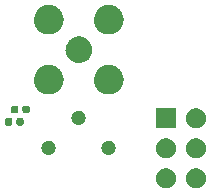
<source format=gbr>
G04 #@! TF.GenerationSoftware,KiCad,Pcbnew,(5.99.0-417-g8bd2765f3)*
G04 #@! TF.CreationDate,2020-07-21T00:36:45-04:00*
G04 #@! TF.ProjectId,tiav2,74696176-322e-46b6-9963-61645f706362,rev?*
G04 #@! TF.SameCoordinates,Original*
G04 #@! TF.FileFunction,Soldermask,Bot*
G04 #@! TF.FilePolarity,Negative*
%FSLAX46Y46*%
G04 Gerber Fmt 4.6, Leading zero omitted, Abs format (unit mm)*
G04 Created by KiCad (PCBNEW (5.99.0-417-g8bd2765f3)) date 2020-07-21 00:36:45*
%MOMM*%
%LPD*%
G04 APERTURE LIST*
G04 APERTURE END LIST*
G36*
X209952970Y-101738828D02*
G01*
X209994714Y-101736786D01*
X210038955Y-101743635D01*
X210089646Y-101746469D01*
X210129950Y-101757722D01*
X210165368Y-101763205D01*
X210212898Y-101780881D01*
X210267524Y-101796133D01*
X210299207Y-101812979D01*
X210327214Y-101823395D01*
X210375259Y-101853417D01*
X210430588Y-101882836D01*
X210453375Y-101902230D01*
X210473657Y-101914903D01*
X210518979Y-101958063D01*
X210571230Y-102002532D01*
X210585714Y-102021614D01*
X210598709Y-102033989D01*
X210637815Y-102090254D01*
X210682888Y-102149636D01*
X210690428Y-102165953D01*
X210697263Y-102175788D01*
X210726606Y-102244250D01*
X210760353Y-102317286D01*
X210762928Y-102328996D01*
X210765288Y-102334503D01*
X210781456Y-102413267D01*
X210800011Y-102497659D01*
X210799346Y-102688273D01*
X210780192Y-102772580D01*
X210763484Y-102851185D01*
X210761086Y-102856673D01*
X210758430Y-102868365D01*
X210724170Y-102941169D01*
X210694351Y-103009423D01*
X210687447Y-103019210D01*
X210679796Y-103035469D01*
X210634330Y-103094508D01*
X210594814Y-103150526D01*
X210581727Y-103162816D01*
X210567114Y-103181791D01*
X210514566Y-103225884D01*
X210468934Y-103268735D01*
X210448560Y-103281269D01*
X210425639Y-103300502D01*
X210370106Y-103329534D01*
X210321855Y-103359218D01*
X210293778Y-103369437D01*
X210261974Y-103386064D01*
X210207241Y-103400934D01*
X210159585Y-103418280D01*
X210124126Y-103423516D01*
X210083753Y-103434485D01*
X210033048Y-103436965D01*
X209988758Y-103443505D01*
X209947030Y-103441172D01*
X209899292Y-103443507D01*
X209855101Y-103436033D01*
X209816345Y-103433866D01*
X209770188Y-103421671D01*
X209717197Y-103412708D01*
X209681163Y-103398149D01*
X209649392Y-103389755D01*
X209601308Y-103365886D01*
X209545963Y-103343525D01*
X209518813Y-103324935D01*
X209494720Y-103312975D01*
X209447736Y-103276268D01*
X209393580Y-103239186D01*
X209375141Y-103219551D01*
X209358643Y-103206661D01*
X209316146Y-103156727D01*
X209267157Y-103104559D01*
X209256423Y-103086552D01*
X209246723Y-103075155D01*
X209212273Y-103012490D01*
X209172592Y-102945925D01*
X209167863Y-102931708D01*
X209163535Y-102923836D01*
X209140635Y-102849859D01*
X209114298Y-102770685D01*
X209113358Y-102761738D01*
X209112471Y-102758874D01*
X209104331Y-102675859D01*
X209094993Y-102587015D01*
X209104963Y-102498127D01*
X209113671Y-102415283D01*
X209114575Y-102412432D01*
X209115579Y-102403485D01*
X209142485Y-102324451D01*
X209165886Y-102250680D01*
X209170267Y-102242841D01*
X209175096Y-102228656D01*
X209215246Y-102162361D01*
X209250127Y-102099948D01*
X209259904Y-102088621D01*
X209270766Y-102070686D01*
X209320130Y-102018848D01*
X209362965Y-101969224D01*
X209379550Y-101956452D01*
X209398126Y-101936945D01*
X209452529Y-101900250D01*
X209499778Y-101863863D01*
X209523964Y-101852067D01*
X209551234Y-101833673D01*
X209606715Y-101811706D01*
X209654980Y-101788166D01*
X209686816Y-101779992D01*
X209722946Y-101765687D01*
X209775996Y-101757095D01*
X209822238Y-101745222D01*
X209861010Y-101743326D01*
X209905252Y-101736160D01*
X209952970Y-101738828D01*
G37*
G36*
X207412970Y-101738828D02*
G01*
X207454714Y-101736786D01*
X207498955Y-101743635D01*
X207549646Y-101746469D01*
X207589950Y-101757722D01*
X207625368Y-101763205D01*
X207672898Y-101780881D01*
X207727524Y-101796133D01*
X207759207Y-101812979D01*
X207787214Y-101823395D01*
X207835259Y-101853417D01*
X207890588Y-101882836D01*
X207913375Y-101902230D01*
X207933657Y-101914903D01*
X207978979Y-101958063D01*
X208031230Y-102002532D01*
X208045714Y-102021614D01*
X208058709Y-102033989D01*
X208097815Y-102090254D01*
X208142888Y-102149636D01*
X208150428Y-102165953D01*
X208157263Y-102175788D01*
X208186606Y-102244250D01*
X208220353Y-102317286D01*
X208222928Y-102328996D01*
X208225288Y-102334503D01*
X208241456Y-102413267D01*
X208260011Y-102497659D01*
X208259346Y-102688273D01*
X208240192Y-102772580D01*
X208223484Y-102851185D01*
X208221086Y-102856673D01*
X208218430Y-102868365D01*
X208184170Y-102941169D01*
X208154351Y-103009423D01*
X208147447Y-103019210D01*
X208139796Y-103035469D01*
X208094330Y-103094508D01*
X208054814Y-103150526D01*
X208041727Y-103162816D01*
X208027114Y-103181791D01*
X207974566Y-103225884D01*
X207928934Y-103268735D01*
X207908560Y-103281269D01*
X207885639Y-103300502D01*
X207830106Y-103329534D01*
X207781855Y-103359218D01*
X207753778Y-103369437D01*
X207721974Y-103386064D01*
X207667241Y-103400934D01*
X207619585Y-103418280D01*
X207584126Y-103423516D01*
X207543753Y-103434485D01*
X207493048Y-103436965D01*
X207448758Y-103443505D01*
X207407030Y-103441172D01*
X207359292Y-103443507D01*
X207315101Y-103436033D01*
X207276345Y-103433866D01*
X207230188Y-103421671D01*
X207177197Y-103412708D01*
X207141163Y-103398149D01*
X207109392Y-103389755D01*
X207061308Y-103365886D01*
X207005963Y-103343525D01*
X206978813Y-103324935D01*
X206954720Y-103312975D01*
X206907736Y-103276268D01*
X206853580Y-103239186D01*
X206835141Y-103219551D01*
X206818643Y-103206661D01*
X206776146Y-103156727D01*
X206727157Y-103104559D01*
X206716423Y-103086552D01*
X206706723Y-103075155D01*
X206672273Y-103012490D01*
X206632592Y-102945925D01*
X206627863Y-102931708D01*
X206623535Y-102923836D01*
X206600635Y-102849859D01*
X206574298Y-102770685D01*
X206573358Y-102761738D01*
X206572471Y-102758874D01*
X206564331Y-102675859D01*
X206554993Y-102587015D01*
X206564963Y-102498127D01*
X206573671Y-102415283D01*
X206574575Y-102412432D01*
X206575579Y-102403485D01*
X206602485Y-102324451D01*
X206625886Y-102250680D01*
X206630267Y-102242841D01*
X206635096Y-102228656D01*
X206675246Y-102162361D01*
X206710127Y-102099948D01*
X206719904Y-102088621D01*
X206730766Y-102070686D01*
X206780130Y-102018848D01*
X206822965Y-101969224D01*
X206839550Y-101956452D01*
X206858126Y-101936945D01*
X206912529Y-101900250D01*
X206959778Y-101863863D01*
X206983964Y-101852067D01*
X207011234Y-101833673D01*
X207066715Y-101811706D01*
X207114980Y-101788166D01*
X207146816Y-101779992D01*
X207182946Y-101765687D01*
X207235996Y-101757095D01*
X207282238Y-101745222D01*
X207321010Y-101743326D01*
X207365252Y-101736160D01*
X207412970Y-101738828D01*
G37*
G36*
X209952970Y-99198828D02*
G01*
X209994714Y-99196786D01*
X210038955Y-99203635D01*
X210089646Y-99206469D01*
X210129950Y-99217722D01*
X210165368Y-99223205D01*
X210212898Y-99240881D01*
X210267524Y-99256133D01*
X210299207Y-99272979D01*
X210327214Y-99283395D01*
X210375259Y-99313417D01*
X210430588Y-99342836D01*
X210453375Y-99362230D01*
X210473657Y-99374903D01*
X210518979Y-99418063D01*
X210571230Y-99462532D01*
X210585714Y-99481614D01*
X210598709Y-99493989D01*
X210637815Y-99550254D01*
X210682888Y-99609636D01*
X210690428Y-99625953D01*
X210697263Y-99635788D01*
X210726606Y-99704250D01*
X210760353Y-99777286D01*
X210762928Y-99788996D01*
X210765288Y-99794503D01*
X210781456Y-99873267D01*
X210800011Y-99957659D01*
X210799346Y-100148273D01*
X210780192Y-100232580D01*
X210763484Y-100311185D01*
X210761086Y-100316673D01*
X210758430Y-100328365D01*
X210724170Y-100401169D01*
X210694351Y-100469423D01*
X210687447Y-100479210D01*
X210679796Y-100495469D01*
X210634330Y-100554508D01*
X210594814Y-100610526D01*
X210581727Y-100622816D01*
X210567114Y-100641791D01*
X210514566Y-100685884D01*
X210468934Y-100728735D01*
X210448560Y-100741269D01*
X210425639Y-100760502D01*
X210370106Y-100789534D01*
X210321855Y-100819218D01*
X210293778Y-100829437D01*
X210261974Y-100846064D01*
X210207241Y-100860934D01*
X210159585Y-100878280D01*
X210124126Y-100883516D01*
X210083753Y-100894485D01*
X210033048Y-100896965D01*
X209988758Y-100903505D01*
X209947030Y-100901172D01*
X209899292Y-100903507D01*
X209855101Y-100896033D01*
X209816345Y-100893866D01*
X209770188Y-100881671D01*
X209717197Y-100872708D01*
X209681163Y-100858149D01*
X209649392Y-100849755D01*
X209601308Y-100825886D01*
X209545963Y-100803525D01*
X209518813Y-100784935D01*
X209494720Y-100772975D01*
X209447736Y-100736268D01*
X209393580Y-100699186D01*
X209375141Y-100679551D01*
X209358643Y-100666661D01*
X209316146Y-100616727D01*
X209267157Y-100564559D01*
X209256423Y-100546552D01*
X209246723Y-100535155D01*
X209212273Y-100472490D01*
X209172592Y-100405925D01*
X209167863Y-100391708D01*
X209163535Y-100383836D01*
X209140635Y-100309859D01*
X209114298Y-100230685D01*
X209113358Y-100221738D01*
X209112471Y-100218874D01*
X209104331Y-100135859D01*
X209094993Y-100047015D01*
X209104963Y-99958127D01*
X209113671Y-99875283D01*
X209114575Y-99872432D01*
X209115579Y-99863485D01*
X209142485Y-99784451D01*
X209165886Y-99710680D01*
X209170267Y-99702841D01*
X209175096Y-99688656D01*
X209215246Y-99622361D01*
X209250127Y-99559948D01*
X209259904Y-99548621D01*
X209270766Y-99530686D01*
X209320130Y-99478848D01*
X209362965Y-99429224D01*
X209379550Y-99416452D01*
X209398126Y-99396945D01*
X209452529Y-99360250D01*
X209499778Y-99323863D01*
X209523964Y-99312067D01*
X209551234Y-99293673D01*
X209606715Y-99271706D01*
X209654980Y-99248166D01*
X209686816Y-99239992D01*
X209722946Y-99225687D01*
X209775996Y-99217095D01*
X209822238Y-99205222D01*
X209861010Y-99203326D01*
X209905252Y-99196160D01*
X209952970Y-99198828D01*
G37*
G36*
X207412970Y-99198828D02*
G01*
X207454714Y-99196786D01*
X207498955Y-99203635D01*
X207549646Y-99206469D01*
X207589950Y-99217722D01*
X207625368Y-99223205D01*
X207672898Y-99240881D01*
X207727524Y-99256133D01*
X207759207Y-99272979D01*
X207787214Y-99283395D01*
X207835259Y-99313417D01*
X207890588Y-99342836D01*
X207913375Y-99362230D01*
X207933657Y-99374903D01*
X207978979Y-99418063D01*
X208031230Y-99462532D01*
X208045714Y-99481614D01*
X208058709Y-99493989D01*
X208097815Y-99550254D01*
X208142888Y-99609636D01*
X208150428Y-99625953D01*
X208157263Y-99635788D01*
X208186606Y-99704250D01*
X208220353Y-99777286D01*
X208222928Y-99788996D01*
X208225288Y-99794503D01*
X208241456Y-99873267D01*
X208260011Y-99957659D01*
X208259346Y-100148273D01*
X208240192Y-100232580D01*
X208223484Y-100311185D01*
X208221086Y-100316673D01*
X208218430Y-100328365D01*
X208184170Y-100401169D01*
X208154351Y-100469423D01*
X208147447Y-100479210D01*
X208139796Y-100495469D01*
X208094330Y-100554508D01*
X208054814Y-100610526D01*
X208041727Y-100622816D01*
X208027114Y-100641791D01*
X207974566Y-100685884D01*
X207928934Y-100728735D01*
X207908560Y-100741269D01*
X207885639Y-100760502D01*
X207830106Y-100789534D01*
X207781855Y-100819218D01*
X207753778Y-100829437D01*
X207721974Y-100846064D01*
X207667241Y-100860934D01*
X207619585Y-100878280D01*
X207584126Y-100883516D01*
X207543753Y-100894485D01*
X207493048Y-100896965D01*
X207448758Y-100903505D01*
X207407030Y-100901172D01*
X207359292Y-100903507D01*
X207315101Y-100896033D01*
X207276345Y-100893866D01*
X207230188Y-100881671D01*
X207177197Y-100872708D01*
X207141163Y-100858149D01*
X207109392Y-100849755D01*
X207061308Y-100825886D01*
X207005963Y-100803525D01*
X206978813Y-100784935D01*
X206954720Y-100772975D01*
X206907736Y-100736268D01*
X206853580Y-100699186D01*
X206835141Y-100679551D01*
X206818643Y-100666661D01*
X206776146Y-100616727D01*
X206727157Y-100564559D01*
X206716423Y-100546552D01*
X206706723Y-100535155D01*
X206672273Y-100472490D01*
X206632592Y-100405925D01*
X206627863Y-100391708D01*
X206623535Y-100383836D01*
X206600635Y-100309859D01*
X206574298Y-100230685D01*
X206573358Y-100221738D01*
X206572471Y-100218874D01*
X206564331Y-100135859D01*
X206554993Y-100047015D01*
X206564963Y-99958127D01*
X206573671Y-99875283D01*
X206574575Y-99872432D01*
X206575579Y-99863485D01*
X206602485Y-99784451D01*
X206625886Y-99710680D01*
X206630267Y-99702841D01*
X206635096Y-99688656D01*
X206675246Y-99622361D01*
X206710127Y-99559948D01*
X206719904Y-99548621D01*
X206730766Y-99530686D01*
X206780130Y-99478848D01*
X206822965Y-99429224D01*
X206839550Y-99416452D01*
X206858126Y-99396945D01*
X206912529Y-99360250D01*
X206959778Y-99323863D01*
X206983964Y-99312067D01*
X207011234Y-99293673D01*
X207066715Y-99271706D01*
X207114980Y-99248166D01*
X207146816Y-99239992D01*
X207182946Y-99225687D01*
X207235996Y-99217095D01*
X207282238Y-99205222D01*
X207321010Y-99203326D01*
X207365252Y-99196160D01*
X207412970Y-99198828D01*
G37*
G36*
X202593952Y-99400000D02*
G01*
X202618991Y-99400000D01*
X202670968Y-99413927D01*
X202715610Y-99422000D01*
X202738772Y-99432095D01*
X202771591Y-99440889D01*
X202810533Y-99463372D01*
X202843867Y-99477901D01*
X202871273Y-99498441D01*
X202908408Y-99519881D01*
X202933919Y-99545392D01*
X202955828Y-99561812D01*
X202983538Y-99595011D01*
X203020119Y-99631592D01*
X203033690Y-99655098D01*
X203045479Y-99669222D01*
X203068856Y-99716006D01*
X203099111Y-99768409D01*
X203103818Y-99785975D01*
X203108018Y-99794381D01*
X203122138Y-99854346D01*
X203140000Y-99921009D01*
X203140000Y-100078991D01*
X203121052Y-100149707D01*
X203104342Y-100215501D01*
X203102451Y-100219126D01*
X203099111Y-100231591D01*
X203066312Y-100288401D01*
X203039628Y-100339550D01*
X203031058Y-100349461D01*
X203020119Y-100368408D01*
X202979884Y-100408643D01*
X202948118Y-100445380D01*
X202930202Y-100458325D01*
X202908408Y-100480119D01*
X202866760Y-100504164D01*
X202834709Y-100527323D01*
X202806005Y-100539242D01*
X202771591Y-100559111D01*
X202733711Y-100569261D01*
X202705498Y-100580976D01*
X202665954Y-100587416D01*
X202618991Y-100600000D01*
X202588690Y-100600000D01*
X202567402Y-100603467D01*
X202518443Y-100600000D01*
X202461009Y-100600000D01*
X202440377Y-100594472D01*
X202427841Y-100593584D01*
X202372262Y-100576220D01*
X202308409Y-100559111D01*
X202297692Y-100552924D01*
X202294294Y-100551862D01*
X202235173Y-100516828D01*
X202171592Y-100480119D01*
X202120592Y-100429119D01*
X202073201Y-100383434D01*
X202070125Y-100378652D01*
X202059881Y-100368408D01*
X202027847Y-100312925D01*
X201997513Y-100265765D01*
X201992620Y-100251910D01*
X201980889Y-100231591D01*
X201966558Y-100178108D01*
X201950924Y-100133835D01*
X201948387Y-100110293D01*
X201940000Y-100078991D01*
X201940000Y-100032453D01*
X201935935Y-99994727D01*
X201940000Y-99962321D01*
X201940000Y-99921009D01*
X201949744Y-99884646D01*
X201953349Y-99855903D01*
X201967904Y-99816870D01*
X201980889Y-99768409D01*
X201995249Y-99743537D01*
X202002231Y-99724813D01*
X202030396Y-99682660D01*
X202059881Y-99631592D01*
X202073859Y-99617614D01*
X202079964Y-99608477D01*
X202123832Y-99567641D01*
X202171592Y-99519881D01*
X202180929Y-99514490D01*
X202182371Y-99513148D01*
X202245140Y-99477418D01*
X202308409Y-99440889D01*
X202376887Y-99422540D01*
X202438216Y-99404549D01*
X202445476Y-99404162D01*
X202461009Y-99400000D01*
X202523573Y-99400000D01*
X202577932Y-99397103D01*
X202593952Y-99400000D01*
G37*
G36*
X197513952Y-99400000D02*
G01*
X197538991Y-99400000D01*
X197590968Y-99413927D01*
X197635610Y-99422000D01*
X197658772Y-99432095D01*
X197691591Y-99440889D01*
X197730533Y-99463372D01*
X197763867Y-99477901D01*
X197791273Y-99498441D01*
X197828408Y-99519881D01*
X197853919Y-99545392D01*
X197875828Y-99561812D01*
X197903538Y-99595011D01*
X197940119Y-99631592D01*
X197953690Y-99655098D01*
X197965479Y-99669222D01*
X197988856Y-99716006D01*
X198019111Y-99768409D01*
X198023818Y-99785975D01*
X198028018Y-99794381D01*
X198042138Y-99854346D01*
X198060000Y-99921009D01*
X198060000Y-100078991D01*
X198041052Y-100149707D01*
X198024342Y-100215501D01*
X198022451Y-100219126D01*
X198019111Y-100231591D01*
X197986312Y-100288401D01*
X197959628Y-100339550D01*
X197951058Y-100349461D01*
X197940119Y-100368408D01*
X197899884Y-100408643D01*
X197868118Y-100445380D01*
X197850202Y-100458325D01*
X197828408Y-100480119D01*
X197786760Y-100504164D01*
X197754709Y-100527323D01*
X197726005Y-100539242D01*
X197691591Y-100559111D01*
X197653711Y-100569261D01*
X197625498Y-100580976D01*
X197585954Y-100587416D01*
X197538991Y-100600000D01*
X197508690Y-100600000D01*
X197487402Y-100603467D01*
X197438443Y-100600000D01*
X197381009Y-100600000D01*
X197360377Y-100594472D01*
X197347841Y-100593584D01*
X197292262Y-100576220D01*
X197228409Y-100559111D01*
X197217692Y-100552924D01*
X197214294Y-100551862D01*
X197155173Y-100516828D01*
X197091592Y-100480119D01*
X197040592Y-100429119D01*
X196993201Y-100383434D01*
X196990125Y-100378652D01*
X196979881Y-100368408D01*
X196947847Y-100312925D01*
X196917513Y-100265765D01*
X196912620Y-100251910D01*
X196900889Y-100231591D01*
X196886558Y-100178108D01*
X196870924Y-100133835D01*
X196868387Y-100110293D01*
X196860000Y-100078991D01*
X196860000Y-100032453D01*
X196855935Y-99994727D01*
X196860000Y-99962321D01*
X196860000Y-99921009D01*
X196869744Y-99884646D01*
X196873349Y-99855903D01*
X196887904Y-99816870D01*
X196900889Y-99768409D01*
X196915249Y-99743537D01*
X196922231Y-99724813D01*
X196950396Y-99682660D01*
X196979881Y-99631592D01*
X196993859Y-99617614D01*
X196999964Y-99608477D01*
X197043832Y-99567641D01*
X197091592Y-99519881D01*
X197100929Y-99514490D01*
X197102371Y-99513148D01*
X197165140Y-99477418D01*
X197228409Y-99440889D01*
X197296887Y-99422540D01*
X197358216Y-99404549D01*
X197365476Y-99404162D01*
X197381009Y-99400000D01*
X197443573Y-99400000D01*
X197497932Y-99397103D01*
X197513952Y-99400000D01*
G37*
G36*
X209952970Y-96658828D02*
G01*
X209994714Y-96656786D01*
X210038955Y-96663635D01*
X210089646Y-96666469D01*
X210129950Y-96677722D01*
X210165368Y-96683205D01*
X210212898Y-96700881D01*
X210267524Y-96716133D01*
X210299207Y-96732979D01*
X210327214Y-96743395D01*
X210375259Y-96773417D01*
X210430588Y-96802836D01*
X210453375Y-96822230D01*
X210473657Y-96834903D01*
X210518979Y-96878063D01*
X210571230Y-96922532D01*
X210585714Y-96941614D01*
X210598709Y-96953989D01*
X210637815Y-97010254D01*
X210682888Y-97069636D01*
X210690428Y-97085953D01*
X210697263Y-97095788D01*
X210726606Y-97164250D01*
X210760353Y-97237286D01*
X210762928Y-97248996D01*
X210765288Y-97254503D01*
X210781456Y-97333267D01*
X210800011Y-97417659D01*
X210799346Y-97608273D01*
X210780192Y-97692580D01*
X210763484Y-97771185D01*
X210761086Y-97776673D01*
X210758430Y-97788365D01*
X210724170Y-97861169D01*
X210694351Y-97929423D01*
X210687447Y-97939210D01*
X210679796Y-97955469D01*
X210634330Y-98014508D01*
X210594814Y-98070526D01*
X210581727Y-98082816D01*
X210567114Y-98101791D01*
X210514566Y-98145884D01*
X210468934Y-98188735D01*
X210448560Y-98201269D01*
X210425639Y-98220502D01*
X210370106Y-98249534D01*
X210321855Y-98279218D01*
X210293778Y-98289437D01*
X210261974Y-98306064D01*
X210207241Y-98320934D01*
X210159585Y-98338280D01*
X210124126Y-98343516D01*
X210083753Y-98354485D01*
X210033048Y-98356965D01*
X209988758Y-98363505D01*
X209947030Y-98361172D01*
X209899292Y-98363507D01*
X209855101Y-98356033D01*
X209816345Y-98353866D01*
X209770188Y-98341671D01*
X209717197Y-98332708D01*
X209681163Y-98318149D01*
X209649392Y-98309755D01*
X209601308Y-98285886D01*
X209545963Y-98263525D01*
X209518813Y-98244935D01*
X209494720Y-98232975D01*
X209447736Y-98196268D01*
X209393580Y-98159186D01*
X209375141Y-98139551D01*
X209358643Y-98126661D01*
X209316146Y-98076727D01*
X209267157Y-98024559D01*
X209256423Y-98006552D01*
X209246723Y-97995155D01*
X209212273Y-97932490D01*
X209172592Y-97865925D01*
X209167863Y-97851708D01*
X209163535Y-97843836D01*
X209140635Y-97769859D01*
X209114298Y-97690685D01*
X209113358Y-97681738D01*
X209112471Y-97678874D01*
X209104331Y-97595859D01*
X209094993Y-97507015D01*
X209104963Y-97418127D01*
X209113671Y-97335283D01*
X209114575Y-97332432D01*
X209115579Y-97323485D01*
X209142485Y-97244451D01*
X209165886Y-97170680D01*
X209170267Y-97162841D01*
X209175096Y-97148656D01*
X209215246Y-97082361D01*
X209250127Y-97019948D01*
X209259904Y-97008621D01*
X209270766Y-96990686D01*
X209320130Y-96938848D01*
X209362965Y-96889224D01*
X209379550Y-96876452D01*
X209398126Y-96856945D01*
X209452529Y-96820250D01*
X209499778Y-96783863D01*
X209523964Y-96772067D01*
X209551234Y-96753673D01*
X209606715Y-96731706D01*
X209654980Y-96708166D01*
X209686816Y-96699992D01*
X209722946Y-96685687D01*
X209775996Y-96677095D01*
X209822238Y-96665222D01*
X209861010Y-96663326D01*
X209905252Y-96656160D01*
X209952970Y-96658828D01*
G37*
G36*
X208259999Y-96659999D02*
G01*
X208260001Y-96660001D01*
X208262449Y-96672309D01*
X208262449Y-98347691D01*
X208260001Y-98359999D01*
X208259999Y-98360001D01*
X208247691Y-98362449D01*
X206572309Y-98362449D01*
X206560001Y-98360001D01*
X206559999Y-98359999D01*
X206557551Y-98347691D01*
X206557551Y-96672309D01*
X206559999Y-96660001D01*
X206560001Y-96659999D01*
X206572309Y-96657551D01*
X208247691Y-96657551D01*
X208259999Y-96659999D01*
G37*
G36*
X195248042Y-97488492D02*
G01*
X195250268Y-97489870D01*
X195251162Y-97490048D01*
X195258830Y-97495171D01*
X195295117Y-97517639D01*
X195297828Y-97521229D01*
X195299952Y-97522648D01*
X195308036Y-97534747D01*
X195326678Y-97559433D01*
X195327845Y-97564393D01*
X195332552Y-97571438D01*
X195344000Y-97628990D01*
X195344000Y-97633081D01*
X195346449Y-97643493D01*
X195346449Y-97956625D01*
X195334108Y-98022642D01*
X195332730Y-98024868D01*
X195332552Y-98025762D01*
X195327429Y-98033430D01*
X195304961Y-98069717D01*
X195301371Y-98072428D01*
X195299952Y-98074552D01*
X195287853Y-98082636D01*
X195263167Y-98101278D01*
X195258207Y-98102445D01*
X195251162Y-98107152D01*
X195193610Y-98118600D01*
X195189519Y-98118600D01*
X195179107Y-98121049D01*
X194915975Y-98121049D01*
X194849958Y-98108708D01*
X194847732Y-98107330D01*
X194846838Y-98107152D01*
X194839170Y-98102029D01*
X194802883Y-98079561D01*
X194800172Y-98075971D01*
X194798048Y-98074552D01*
X194789964Y-98062453D01*
X194771322Y-98037767D01*
X194770155Y-98032807D01*
X194765448Y-98025762D01*
X194754000Y-97968210D01*
X194754000Y-97964119D01*
X194751551Y-97953707D01*
X194751551Y-97640575D01*
X194763892Y-97574558D01*
X194765270Y-97572332D01*
X194765448Y-97571438D01*
X194770571Y-97563770D01*
X194793039Y-97527483D01*
X194796629Y-97524772D01*
X194798048Y-97522648D01*
X194810147Y-97514564D01*
X194834833Y-97495922D01*
X194839793Y-97494755D01*
X194846838Y-97490048D01*
X194904390Y-97478600D01*
X194908481Y-97478600D01*
X194918893Y-97476151D01*
X195182025Y-97476151D01*
X195248042Y-97488492D01*
G37*
G36*
X194278042Y-97488492D02*
G01*
X194280268Y-97489870D01*
X194281162Y-97490048D01*
X194288830Y-97495171D01*
X194325117Y-97517639D01*
X194327828Y-97521229D01*
X194329952Y-97522648D01*
X194338036Y-97534747D01*
X194356678Y-97559433D01*
X194357845Y-97564393D01*
X194362552Y-97571438D01*
X194374000Y-97628990D01*
X194374000Y-97633081D01*
X194376449Y-97643493D01*
X194376449Y-97956625D01*
X194364108Y-98022642D01*
X194362730Y-98024868D01*
X194362552Y-98025762D01*
X194357429Y-98033430D01*
X194334961Y-98069717D01*
X194331371Y-98072428D01*
X194329952Y-98074552D01*
X194317853Y-98082636D01*
X194293167Y-98101278D01*
X194288207Y-98102445D01*
X194281162Y-98107152D01*
X194223610Y-98118600D01*
X194219519Y-98118600D01*
X194209107Y-98121049D01*
X193945975Y-98121049D01*
X193879958Y-98108708D01*
X193877732Y-98107330D01*
X193876838Y-98107152D01*
X193869170Y-98102029D01*
X193832883Y-98079561D01*
X193830172Y-98075971D01*
X193828048Y-98074552D01*
X193819964Y-98062453D01*
X193801322Y-98037767D01*
X193800155Y-98032807D01*
X193795448Y-98025762D01*
X193784000Y-97968210D01*
X193784000Y-97964119D01*
X193781551Y-97953707D01*
X193781551Y-97640575D01*
X193793892Y-97574558D01*
X193795270Y-97572332D01*
X193795448Y-97571438D01*
X193800571Y-97563770D01*
X193823039Y-97527483D01*
X193826629Y-97524772D01*
X193828048Y-97522648D01*
X193840147Y-97514564D01*
X193864833Y-97495922D01*
X193869793Y-97494755D01*
X193876838Y-97490048D01*
X193934390Y-97478600D01*
X193938481Y-97478600D01*
X193948893Y-97476151D01*
X194212025Y-97476151D01*
X194278042Y-97488492D01*
G37*
G36*
X200053952Y-96860000D02*
G01*
X200078991Y-96860000D01*
X200130968Y-96873927D01*
X200175610Y-96882000D01*
X200198772Y-96892095D01*
X200231591Y-96900889D01*
X200270533Y-96923372D01*
X200303867Y-96937901D01*
X200331273Y-96958441D01*
X200368408Y-96979881D01*
X200393919Y-97005392D01*
X200415828Y-97021812D01*
X200443538Y-97055011D01*
X200480119Y-97091592D01*
X200493690Y-97115098D01*
X200505479Y-97129222D01*
X200528856Y-97176006D01*
X200559111Y-97228409D01*
X200563818Y-97245975D01*
X200568018Y-97254381D01*
X200582138Y-97314346D01*
X200600000Y-97381009D01*
X200600000Y-97538991D01*
X200581052Y-97609707D01*
X200564342Y-97675501D01*
X200562451Y-97679126D01*
X200559111Y-97691591D01*
X200526312Y-97748401D01*
X200499628Y-97799550D01*
X200491058Y-97809461D01*
X200480119Y-97828408D01*
X200439884Y-97868643D01*
X200408118Y-97905380D01*
X200390202Y-97918325D01*
X200368408Y-97940119D01*
X200326760Y-97964164D01*
X200294709Y-97987323D01*
X200266005Y-97999242D01*
X200231591Y-98019111D01*
X200193711Y-98029261D01*
X200165498Y-98040976D01*
X200125954Y-98047416D01*
X200078991Y-98060000D01*
X200048690Y-98060000D01*
X200027402Y-98063467D01*
X199978443Y-98060000D01*
X199921009Y-98060000D01*
X199900377Y-98054472D01*
X199887841Y-98053584D01*
X199832262Y-98036220D01*
X199768409Y-98019111D01*
X199757692Y-98012924D01*
X199754294Y-98011862D01*
X199695173Y-97976828D01*
X199631592Y-97940119D01*
X199580592Y-97889119D01*
X199533201Y-97843434D01*
X199530125Y-97838652D01*
X199519881Y-97828408D01*
X199487847Y-97772925D01*
X199457513Y-97725765D01*
X199452620Y-97711910D01*
X199440889Y-97691591D01*
X199426558Y-97638108D01*
X199410924Y-97593835D01*
X199408387Y-97570293D01*
X199400000Y-97538991D01*
X199400000Y-97492453D01*
X199395935Y-97454727D01*
X199400000Y-97422321D01*
X199400000Y-97381009D01*
X199409744Y-97344646D01*
X199413349Y-97315903D01*
X199427904Y-97276870D01*
X199440889Y-97228409D01*
X199455249Y-97203537D01*
X199462231Y-97184813D01*
X199490396Y-97142660D01*
X199519881Y-97091592D01*
X199533859Y-97077614D01*
X199539964Y-97068477D01*
X199583832Y-97027641D01*
X199631592Y-96979881D01*
X199640929Y-96974490D01*
X199642371Y-96973148D01*
X199705140Y-96937418D01*
X199768409Y-96900889D01*
X199836887Y-96882540D01*
X199898216Y-96864549D01*
X199905476Y-96864162D01*
X199921009Y-96860000D01*
X199983573Y-96860000D01*
X200037932Y-96857103D01*
X200053952Y-96860000D01*
G37*
G36*
X194786042Y-96438492D02*
G01*
X194788268Y-96439870D01*
X194789162Y-96440048D01*
X194796830Y-96445171D01*
X194833117Y-96467639D01*
X194835828Y-96471229D01*
X194837952Y-96472648D01*
X194846036Y-96484747D01*
X194864678Y-96509433D01*
X194865845Y-96514393D01*
X194870552Y-96521438D01*
X194882000Y-96578990D01*
X194882000Y-96583081D01*
X194884449Y-96593493D01*
X194884449Y-96906625D01*
X194872108Y-96972642D01*
X194870730Y-96974868D01*
X194870552Y-96975762D01*
X194865429Y-96983430D01*
X194842961Y-97019717D01*
X194839371Y-97022428D01*
X194837952Y-97024552D01*
X194825853Y-97032636D01*
X194801167Y-97051278D01*
X194796207Y-97052445D01*
X194789162Y-97057152D01*
X194731610Y-97068600D01*
X194727519Y-97068600D01*
X194717107Y-97071049D01*
X194453975Y-97071049D01*
X194387958Y-97058708D01*
X194385732Y-97057330D01*
X194384838Y-97057152D01*
X194377170Y-97052029D01*
X194340883Y-97029561D01*
X194338172Y-97025971D01*
X194336048Y-97024552D01*
X194327964Y-97012453D01*
X194309322Y-96987767D01*
X194308155Y-96982807D01*
X194303448Y-96975762D01*
X194292000Y-96918210D01*
X194292000Y-96914119D01*
X194289551Y-96903707D01*
X194289551Y-96590575D01*
X194301892Y-96524558D01*
X194303270Y-96522332D01*
X194303448Y-96521438D01*
X194308571Y-96513770D01*
X194331039Y-96477483D01*
X194334629Y-96474772D01*
X194336048Y-96472648D01*
X194348147Y-96464564D01*
X194372833Y-96445922D01*
X194377793Y-96444755D01*
X194384838Y-96440048D01*
X194442390Y-96428600D01*
X194446481Y-96428600D01*
X194456893Y-96426151D01*
X194720025Y-96426151D01*
X194786042Y-96438492D01*
G37*
G36*
X195756042Y-96438492D02*
G01*
X195758268Y-96439870D01*
X195759162Y-96440048D01*
X195766830Y-96445171D01*
X195803117Y-96467639D01*
X195805828Y-96471229D01*
X195807952Y-96472648D01*
X195816036Y-96484747D01*
X195834678Y-96509433D01*
X195835845Y-96514393D01*
X195840552Y-96521438D01*
X195852000Y-96578990D01*
X195852000Y-96583081D01*
X195854449Y-96593493D01*
X195854449Y-96906625D01*
X195842108Y-96972642D01*
X195840730Y-96974868D01*
X195840552Y-96975762D01*
X195835429Y-96983430D01*
X195812961Y-97019717D01*
X195809371Y-97022428D01*
X195807952Y-97024552D01*
X195795853Y-97032636D01*
X195771167Y-97051278D01*
X195766207Y-97052445D01*
X195759162Y-97057152D01*
X195701610Y-97068600D01*
X195697519Y-97068600D01*
X195687107Y-97071049D01*
X195423975Y-97071049D01*
X195357958Y-97058708D01*
X195355732Y-97057330D01*
X195354838Y-97057152D01*
X195347170Y-97052029D01*
X195310883Y-97029561D01*
X195308172Y-97025971D01*
X195306048Y-97024552D01*
X195297964Y-97012453D01*
X195279322Y-96987767D01*
X195278155Y-96982807D01*
X195273448Y-96975762D01*
X195262000Y-96918210D01*
X195262000Y-96914119D01*
X195259551Y-96903707D01*
X195259551Y-96590575D01*
X195271892Y-96524558D01*
X195273270Y-96522332D01*
X195273448Y-96521438D01*
X195278571Y-96513770D01*
X195301039Y-96477483D01*
X195304629Y-96474772D01*
X195306048Y-96472648D01*
X195318147Y-96464564D01*
X195342833Y-96445922D01*
X195347793Y-96444755D01*
X195354838Y-96440048D01*
X195412390Y-96428600D01*
X195416481Y-96428600D01*
X195426893Y-96426151D01*
X195690025Y-96426151D01*
X195756042Y-96438492D01*
G37*
G36*
X202574698Y-92982998D02*
G01*
X202637246Y-92981032D01*
X202687127Y-92988398D01*
X202730915Y-92990501D01*
X202790589Y-93003676D01*
X202857985Y-93013628D01*
X202900552Y-93027953D01*
X202938067Y-93036236D01*
X202999637Y-93061299D01*
X203069464Y-93084799D01*
X203103983Y-93103776D01*
X203134538Y-93116214D01*
X203195528Y-93154103D01*
X203264997Y-93192294D01*
X203291335Y-93213622D01*
X203314732Y-93228157D01*
X203372388Y-93279257D01*
X203438405Y-93332716D01*
X203456960Y-93354212D01*
X203473486Y-93368859D01*
X203524924Y-93432950D01*
X203584205Y-93501627D01*
X203595858Y-93521330D01*
X203606266Y-93534299D01*
X203648587Y-93610492D01*
X203697789Y-93693687D01*
X203703848Y-93709979D01*
X203709273Y-93719746D01*
X203739653Y-93806257D01*
X203775567Y-93902826D01*
X203777670Y-93914512D01*
X203779560Y-93919895D01*
X203795409Y-94013107D01*
X203815080Y-94122433D01*
X203814936Y-94127943D01*
X203815018Y-94128427D01*
X203812532Y-94365729D01*
X203808104Y-94388831D01*
X203807528Y-94410838D01*
X203787611Y-94495753D01*
X203772716Y-94573469D01*
X203763812Y-94597220D01*
X203756575Y-94628076D01*
X203724189Y-94702917D01*
X203698251Y-94772107D01*
X203682734Y-94798715D01*
X203667959Y-94832858D01*
X203625942Y-94896098D01*
X203591384Y-94955356D01*
X203568108Y-94983144D01*
X203544478Y-95018710D01*
X203495794Y-95069477D01*
X203455169Y-95117978D01*
X203423407Y-95144962D01*
X203390038Y-95179759D01*
X203337627Y-95217838D01*
X203293502Y-95255325D01*
X203252984Y-95279335D01*
X203209519Y-95310914D01*
X203156173Y-95336703D01*
X203111011Y-95363464D01*
X203061984Y-95382235D01*
X203008628Y-95408028D01*
X202956875Y-95422478D01*
X202912893Y-95439317D01*
X202856113Y-95450611D01*
X202793715Y-95468033D01*
X202745715Y-95472570D01*
X202704839Y-95480701D01*
X202641600Y-95482412D01*
X202571571Y-95489032D01*
X202529019Y-95485459D01*
X202492789Y-95486439D01*
X202424875Y-95476713D01*
X202349221Y-95470360D01*
X202313296Y-95460734D01*
X202282795Y-95456366D01*
X202212450Y-95433713D01*
X202133690Y-95412609D01*
X202105010Y-95399113D01*
X202080872Y-95391340D01*
X202010730Y-95354749D01*
X201931793Y-95317604D01*
X201910444Y-95302432D01*
X201892793Y-95293224D01*
X201825740Y-95242236D01*
X201749911Y-95188347D01*
X201735443Y-95173573D01*
X201723939Y-95164825D01*
X201663125Y-95099724D01*
X201593793Y-95028924D01*
X201585263Y-95016373D01*
X201579126Y-95009803D01*
X201527884Y-94931943D01*
X201468373Y-94844375D01*
X201464440Y-94835541D01*
X201462509Y-94832607D01*
X201424999Y-94746954D01*
X201377617Y-94640532D01*
X201346590Y-94514213D01*
X201326271Y-94432413D01*
X201326173Y-94431089D01*
X201324392Y-94423840D01*
X201317536Y-94314877D01*
X201310550Y-94220864D01*
X201311196Y-94214096D01*
X201310381Y-94201147D01*
X201322071Y-94100114D01*
X201330698Y-94009691D01*
X201333902Y-93997857D01*
X201336027Y-93979492D01*
X201363610Y-93888134D01*
X201386139Y-93804924D01*
X201393590Y-93788836D01*
X201400520Y-93765882D01*
X201441157Y-93686127D01*
X201475284Y-93612439D01*
X201488432Y-93593344D01*
X201501820Y-93567069D01*
X201552490Y-93500314D01*
X201595591Y-93437719D01*
X201615568Y-93417212D01*
X201636727Y-93389336D01*
X201694258Y-93336434D01*
X201743617Y-93285765D01*
X201771170Y-93265710D01*
X201800975Y-93238303D01*
X201862241Y-93199422D01*
X201915123Y-93160931D01*
X201950522Y-93143397D01*
X201989372Y-93118742D01*
X202051415Y-93093423D01*
X202105218Y-93066773D01*
X202148263Y-93053900D01*
X202195965Y-93034433D01*
X202256085Y-93021654D01*
X202308452Y-93005993D01*
X202358420Y-92999902D01*
X202414222Y-92988041D01*
X202470142Y-92986284D01*
X202519033Y-92980324D01*
X202574698Y-92982998D01*
G37*
G36*
X197494698Y-92982998D02*
G01*
X197557246Y-92981032D01*
X197607127Y-92988398D01*
X197650915Y-92990501D01*
X197710589Y-93003676D01*
X197777985Y-93013628D01*
X197820552Y-93027953D01*
X197858067Y-93036236D01*
X197919637Y-93061299D01*
X197989464Y-93084799D01*
X198023983Y-93103776D01*
X198054538Y-93116214D01*
X198115528Y-93154103D01*
X198184997Y-93192294D01*
X198211335Y-93213622D01*
X198234732Y-93228157D01*
X198292388Y-93279257D01*
X198358405Y-93332716D01*
X198376960Y-93354212D01*
X198393486Y-93368859D01*
X198444924Y-93432950D01*
X198504205Y-93501627D01*
X198515858Y-93521330D01*
X198526266Y-93534299D01*
X198568587Y-93610492D01*
X198617789Y-93693687D01*
X198623848Y-93709979D01*
X198629273Y-93719746D01*
X198659653Y-93806257D01*
X198695567Y-93902826D01*
X198697670Y-93914512D01*
X198699560Y-93919895D01*
X198715409Y-94013107D01*
X198735080Y-94122433D01*
X198734936Y-94127943D01*
X198735018Y-94128427D01*
X198732532Y-94365729D01*
X198728104Y-94388831D01*
X198727528Y-94410838D01*
X198707611Y-94495753D01*
X198692716Y-94573469D01*
X198683812Y-94597220D01*
X198676575Y-94628076D01*
X198644189Y-94702917D01*
X198618251Y-94772107D01*
X198602734Y-94798715D01*
X198587959Y-94832858D01*
X198545942Y-94896098D01*
X198511384Y-94955356D01*
X198488108Y-94983144D01*
X198464478Y-95018710D01*
X198415794Y-95069477D01*
X198375169Y-95117978D01*
X198343407Y-95144962D01*
X198310038Y-95179759D01*
X198257627Y-95217838D01*
X198213502Y-95255325D01*
X198172984Y-95279335D01*
X198129519Y-95310914D01*
X198076173Y-95336703D01*
X198031011Y-95363464D01*
X197981984Y-95382235D01*
X197928628Y-95408028D01*
X197876875Y-95422478D01*
X197832893Y-95439317D01*
X197776113Y-95450611D01*
X197713715Y-95468033D01*
X197665715Y-95472570D01*
X197624839Y-95480701D01*
X197561600Y-95482412D01*
X197491571Y-95489032D01*
X197449019Y-95485459D01*
X197412789Y-95486439D01*
X197344875Y-95476713D01*
X197269221Y-95470360D01*
X197233296Y-95460734D01*
X197202795Y-95456366D01*
X197132450Y-95433713D01*
X197053690Y-95412609D01*
X197025010Y-95399113D01*
X197000872Y-95391340D01*
X196930730Y-95354749D01*
X196851793Y-95317604D01*
X196830444Y-95302432D01*
X196812793Y-95293224D01*
X196745740Y-95242236D01*
X196669911Y-95188347D01*
X196655443Y-95173573D01*
X196643939Y-95164825D01*
X196583125Y-95099724D01*
X196513793Y-95028924D01*
X196505263Y-95016373D01*
X196499126Y-95009803D01*
X196447884Y-94931943D01*
X196388373Y-94844375D01*
X196384440Y-94835541D01*
X196382509Y-94832607D01*
X196344999Y-94746954D01*
X196297617Y-94640532D01*
X196266590Y-94514213D01*
X196246271Y-94432413D01*
X196246173Y-94431089D01*
X196244392Y-94423840D01*
X196237536Y-94314877D01*
X196230550Y-94220864D01*
X196231196Y-94214096D01*
X196230381Y-94201147D01*
X196242071Y-94100114D01*
X196250698Y-94009691D01*
X196253902Y-93997857D01*
X196256027Y-93979492D01*
X196283610Y-93888134D01*
X196306139Y-93804924D01*
X196313590Y-93788836D01*
X196320520Y-93765882D01*
X196361157Y-93686127D01*
X196395284Y-93612439D01*
X196408432Y-93593344D01*
X196421820Y-93567069D01*
X196472490Y-93500314D01*
X196515591Y-93437719D01*
X196535568Y-93417212D01*
X196556727Y-93389336D01*
X196614258Y-93336434D01*
X196663617Y-93285765D01*
X196691170Y-93265710D01*
X196720975Y-93238303D01*
X196782241Y-93199422D01*
X196835123Y-93160931D01*
X196870522Y-93143397D01*
X196909372Y-93118742D01*
X196971415Y-93093423D01*
X197025218Y-93066773D01*
X197068263Y-93053900D01*
X197115965Y-93034433D01*
X197176085Y-93021654D01*
X197228452Y-93005993D01*
X197278420Y-92999902D01*
X197334222Y-92988041D01*
X197390142Y-92986284D01*
X197439033Y-92980324D01*
X197494698Y-92982998D01*
G37*
G36*
X200034341Y-90573070D02*
G01*
X200089732Y-90571329D01*
X200135687Y-90578115D01*
X200187414Y-90580690D01*
X200239593Y-90593458D01*
X200287517Y-90600535D01*
X200338154Y-90617576D01*
X200395006Y-90631488D01*
X200437678Y-90651070D01*
X200477006Y-90664305D01*
X200529958Y-90693416D01*
X200589247Y-90720623D01*
X200621928Y-90743977D01*
X200652206Y-90760623D01*
X200704656Y-90803096D01*
X200763128Y-90844881D01*
X200786107Y-90869054D01*
X200807575Y-90886438D01*
X200856356Y-90942951D01*
X200910376Y-90999777D01*
X200924692Y-91022119D01*
X200938217Y-91037788D01*
X200979977Y-91108400D01*
X201025677Y-91179722D01*
X201032975Y-91198015D01*
X201039991Y-91209878D01*
X201071362Y-91294234D01*
X201104871Y-91378224D01*
X201107288Y-91390837D01*
X201109678Y-91397262D01*
X201127426Y-91495903D01*
X201145101Y-91588119D01*
X201144334Y-91807698D01*
X201138368Y-91837693D01*
X201137939Y-91854057D01*
X201119337Y-91933367D01*
X201102640Y-92017308D01*
X201095582Y-92034647D01*
X201092663Y-92047091D01*
X201056457Y-92130760D01*
X201022062Y-92215252D01*
X201015589Y-92225201D01*
X201013258Y-92230587D01*
X200956552Y-92315936D01*
X200905508Y-92394387D01*
X200852408Y-92449470D01*
X200764243Y-92541408D01*
X200762696Y-92542532D01*
X200757182Y-92548252D01*
X200680736Y-92602079D01*
X200602496Y-92658923D01*
X200594548Y-92662765D01*
X200582438Y-92671292D01*
X200501351Y-92707819D01*
X200422492Y-92745941D01*
X200407316Y-92750178D01*
X200387579Y-92759069D01*
X200306894Y-92778217D01*
X200229931Y-92799705D01*
X200207350Y-92801840D01*
X200179638Y-92808416D01*
X200103164Y-92811688D01*
X200030891Y-92818520D01*
X200001391Y-92816043D01*
X199966117Y-92817552D01*
X199896880Y-92807266D01*
X199831658Y-92801789D01*
X199796377Y-92792335D01*
X199754721Y-92786147D01*
X199694963Y-92765161D01*
X199638540Y-92750043D01*
X199599209Y-92731535D01*
X199553077Y-92715335D01*
X199504172Y-92686814D01*
X199457644Y-92664920D01*
X199416540Y-92635709D01*
X199368461Y-92607670D01*
X199330912Y-92574856D01*
X199294671Y-92549101D01*
X199254503Y-92508083D01*
X199207535Y-92467038D01*
X199181042Y-92433067D01*
X199154791Y-92406261D01*
X199118571Y-92352965D01*
X199076105Y-92298513D01*
X199059603Y-92266195D01*
X199042413Y-92240901D01*
X199013311Y-92175538D01*
X198978914Y-92108175D01*
X198970719Y-92079876D01*
X198961094Y-92058258D01*
X198942290Y-91981704D01*
X198919468Y-91902892D01*
X198917398Y-91880359D01*
X198913403Y-91864096D01*
X198907974Y-91777800D01*
X198899913Y-91690073D01*
X198901467Y-91674369D01*
X198900850Y-91664567D01*
X198911795Y-91569976D01*
X198920954Y-91477395D01*
X198923497Y-91468838D01*
X198923830Y-91465958D01*
X198956996Y-91356105D01*
X198981831Y-91272532D01*
X199024617Y-91190166D01*
X199072382Y-91096421D01*
X199075335Y-91092531D01*
X199080349Y-91082878D01*
X199137302Y-91010893D01*
X199193254Y-90937178D01*
X199201945Y-90929186D01*
X199212952Y-90915274D01*
X199278449Y-90858838D01*
X199340429Y-90801845D01*
X199356230Y-90791818D01*
X199374856Y-90775768D01*
X199444458Y-90735826D01*
X199509232Y-90694719D01*
X199532973Y-90685031D01*
X199560219Y-90669395D01*
X199629987Y-90645440D01*
X199694340Y-90619178D01*
X199726192Y-90612407D01*
X199762352Y-90599992D01*
X199828844Y-90590588D01*
X199889905Y-90577609D01*
X199929387Y-90576368D01*
X199973962Y-90570064D01*
X200034341Y-90573070D01*
G37*
G36*
X197494698Y-87902998D02*
G01*
X197557246Y-87901032D01*
X197607127Y-87908398D01*
X197650915Y-87910501D01*
X197710589Y-87923676D01*
X197777985Y-87933628D01*
X197820552Y-87947953D01*
X197858067Y-87956236D01*
X197919637Y-87981299D01*
X197989464Y-88004799D01*
X198023983Y-88023776D01*
X198054538Y-88036214D01*
X198115528Y-88074103D01*
X198184997Y-88112294D01*
X198211335Y-88133622D01*
X198234732Y-88148157D01*
X198292388Y-88199257D01*
X198358405Y-88252716D01*
X198376960Y-88274212D01*
X198393486Y-88288859D01*
X198444924Y-88352950D01*
X198504205Y-88421627D01*
X198515858Y-88441330D01*
X198526266Y-88454299D01*
X198568587Y-88530492D01*
X198617789Y-88613687D01*
X198623848Y-88629979D01*
X198629273Y-88639746D01*
X198659653Y-88726257D01*
X198695567Y-88822826D01*
X198697670Y-88834512D01*
X198699560Y-88839895D01*
X198715409Y-88933107D01*
X198735080Y-89042433D01*
X198734936Y-89047943D01*
X198735018Y-89048427D01*
X198732532Y-89285729D01*
X198728104Y-89308831D01*
X198727528Y-89330838D01*
X198707611Y-89415753D01*
X198692716Y-89493469D01*
X198683812Y-89517220D01*
X198676575Y-89548076D01*
X198644189Y-89622917D01*
X198618251Y-89692107D01*
X198602734Y-89718715D01*
X198587959Y-89752858D01*
X198545942Y-89816098D01*
X198511384Y-89875356D01*
X198488108Y-89903144D01*
X198464478Y-89938710D01*
X198415794Y-89989477D01*
X198375169Y-90037978D01*
X198343407Y-90064962D01*
X198310038Y-90099759D01*
X198257627Y-90137838D01*
X198213502Y-90175325D01*
X198172984Y-90199335D01*
X198129519Y-90230914D01*
X198076173Y-90256703D01*
X198031011Y-90283464D01*
X197981984Y-90302235D01*
X197928628Y-90328028D01*
X197876875Y-90342478D01*
X197832893Y-90359317D01*
X197776113Y-90370611D01*
X197713715Y-90388033D01*
X197665715Y-90392570D01*
X197624839Y-90400701D01*
X197561600Y-90402412D01*
X197491571Y-90409032D01*
X197449019Y-90405459D01*
X197412789Y-90406439D01*
X197344875Y-90396713D01*
X197269221Y-90390360D01*
X197233296Y-90380734D01*
X197202795Y-90376366D01*
X197132450Y-90353713D01*
X197053690Y-90332609D01*
X197025010Y-90319113D01*
X197000872Y-90311340D01*
X196930730Y-90274749D01*
X196851793Y-90237604D01*
X196830444Y-90222432D01*
X196812793Y-90213224D01*
X196745740Y-90162236D01*
X196669911Y-90108347D01*
X196655443Y-90093573D01*
X196643939Y-90084825D01*
X196583125Y-90019724D01*
X196513793Y-89948924D01*
X196505263Y-89936373D01*
X196499126Y-89929803D01*
X196447884Y-89851943D01*
X196388373Y-89764375D01*
X196384440Y-89755541D01*
X196382509Y-89752607D01*
X196344999Y-89666954D01*
X196297617Y-89560532D01*
X196266590Y-89434213D01*
X196246271Y-89352413D01*
X196246173Y-89351089D01*
X196244392Y-89343840D01*
X196237536Y-89234877D01*
X196230550Y-89140864D01*
X196231196Y-89134096D01*
X196230381Y-89121147D01*
X196242071Y-89020114D01*
X196250698Y-88929691D01*
X196253902Y-88917857D01*
X196256027Y-88899492D01*
X196283610Y-88808134D01*
X196306139Y-88724924D01*
X196313590Y-88708836D01*
X196320520Y-88685882D01*
X196361157Y-88606127D01*
X196395284Y-88532439D01*
X196408432Y-88513344D01*
X196421820Y-88487069D01*
X196472490Y-88420314D01*
X196515591Y-88357719D01*
X196535568Y-88337212D01*
X196556727Y-88309336D01*
X196614258Y-88256434D01*
X196663617Y-88205765D01*
X196691170Y-88185710D01*
X196720975Y-88158303D01*
X196782241Y-88119422D01*
X196835123Y-88080931D01*
X196870522Y-88063397D01*
X196909372Y-88038742D01*
X196971415Y-88013423D01*
X197025218Y-87986773D01*
X197068263Y-87973900D01*
X197115965Y-87954433D01*
X197176085Y-87941654D01*
X197228452Y-87925993D01*
X197278420Y-87919902D01*
X197334222Y-87908041D01*
X197390142Y-87906284D01*
X197439033Y-87900324D01*
X197494698Y-87902998D01*
G37*
G36*
X202574698Y-87902998D02*
G01*
X202637246Y-87901032D01*
X202687127Y-87908398D01*
X202730915Y-87910501D01*
X202790589Y-87923676D01*
X202857985Y-87933628D01*
X202900552Y-87947953D01*
X202938067Y-87956236D01*
X202999637Y-87981299D01*
X203069464Y-88004799D01*
X203103983Y-88023776D01*
X203134538Y-88036214D01*
X203195528Y-88074103D01*
X203264997Y-88112294D01*
X203291335Y-88133622D01*
X203314732Y-88148157D01*
X203372388Y-88199257D01*
X203438405Y-88252716D01*
X203456960Y-88274212D01*
X203473486Y-88288859D01*
X203524924Y-88352950D01*
X203584205Y-88421627D01*
X203595858Y-88441330D01*
X203606266Y-88454299D01*
X203648587Y-88530492D01*
X203697789Y-88613687D01*
X203703848Y-88629979D01*
X203709273Y-88639746D01*
X203739653Y-88726257D01*
X203775567Y-88822826D01*
X203777670Y-88834512D01*
X203779560Y-88839895D01*
X203795409Y-88933107D01*
X203815080Y-89042433D01*
X203814936Y-89047943D01*
X203815018Y-89048427D01*
X203812532Y-89285729D01*
X203808104Y-89308831D01*
X203807528Y-89330838D01*
X203787611Y-89415753D01*
X203772716Y-89493469D01*
X203763812Y-89517220D01*
X203756575Y-89548076D01*
X203724189Y-89622917D01*
X203698251Y-89692107D01*
X203682734Y-89718715D01*
X203667959Y-89752858D01*
X203625942Y-89816098D01*
X203591384Y-89875356D01*
X203568108Y-89903144D01*
X203544478Y-89938710D01*
X203495794Y-89989477D01*
X203455169Y-90037978D01*
X203423407Y-90064962D01*
X203390038Y-90099759D01*
X203337627Y-90137838D01*
X203293502Y-90175325D01*
X203252984Y-90199335D01*
X203209519Y-90230914D01*
X203156173Y-90256703D01*
X203111011Y-90283464D01*
X203061984Y-90302235D01*
X203008628Y-90328028D01*
X202956875Y-90342478D01*
X202912893Y-90359317D01*
X202856113Y-90370611D01*
X202793715Y-90388033D01*
X202745715Y-90392570D01*
X202704839Y-90400701D01*
X202641600Y-90402412D01*
X202571571Y-90409032D01*
X202529019Y-90405459D01*
X202492789Y-90406439D01*
X202424875Y-90396713D01*
X202349221Y-90390360D01*
X202313296Y-90380734D01*
X202282795Y-90376366D01*
X202212450Y-90353713D01*
X202133690Y-90332609D01*
X202105010Y-90319113D01*
X202080872Y-90311340D01*
X202010730Y-90274749D01*
X201931793Y-90237604D01*
X201910444Y-90222432D01*
X201892793Y-90213224D01*
X201825740Y-90162236D01*
X201749911Y-90108347D01*
X201735443Y-90093573D01*
X201723939Y-90084825D01*
X201663125Y-90019724D01*
X201593793Y-89948924D01*
X201585263Y-89936373D01*
X201579126Y-89929803D01*
X201527884Y-89851943D01*
X201468373Y-89764375D01*
X201464440Y-89755541D01*
X201462509Y-89752607D01*
X201424999Y-89666954D01*
X201377617Y-89560532D01*
X201346590Y-89434213D01*
X201326271Y-89352413D01*
X201326173Y-89351089D01*
X201324392Y-89343840D01*
X201317536Y-89234877D01*
X201310550Y-89140864D01*
X201311196Y-89134096D01*
X201310381Y-89121147D01*
X201322071Y-89020114D01*
X201330698Y-88929691D01*
X201333902Y-88917857D01*
X201336027Y-88899492D01*
X201363610Y-88808134D01*
X201386139Y-88724924D01*
X201393590Y-88708836D01*
X201400520Y-88685882D01*
X201441157Y-88606127D01*
X201475284Y-88532439D01*
X201488432Y-88513344D01*
X201501820Y-88487069D01*
X201552490Y-88420314D01*
X201595591Y-88357719D01*
X201615568Y-88337212D01*
X201636727Y-88309336D01*
X201694258Y-88256434D01*
X201743617Y-88205765D01*
X201771170Y-88185710D01*
X201800975Y-88158303D01*
X201862241Y-88119422D01*
X201915123Y-88080931D01*
X201950522Y-88063397D01*
X201989372Y-88038742D01*
X202051415Y-88013423D01*
X202105218Y-87986773D01*
X202148263Y-87973900D01*
X202195965Y-87954433D01*
X202256085Y-87941654D01*
X202308452Y-87925993D01*
X202358420Y-87919902D01*
X202414222Y-87908041D01*
X202470142Y-87906284D01*
X202519033Y-87900324D01*
X202574698Y-87902998D01*
G37*
M02*

</source>
